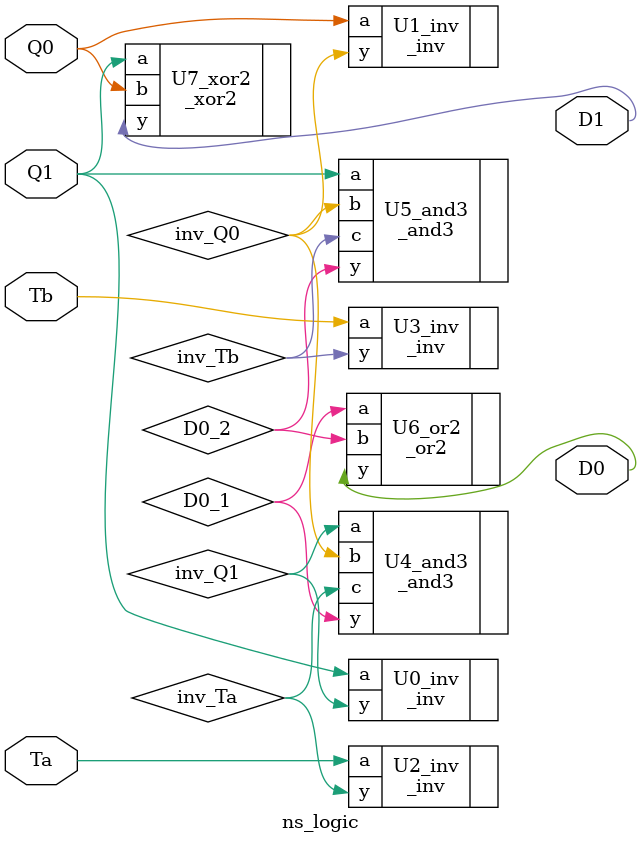
<source format=v>
module ns_logic(Ta, Tb, Q1, Q0, D1, D0); // this module makes next_state logic

input Ta, Tb, Q1, Q0; // define input Ta, Tb, Q1, Q0
output D1, D0; // define output D1, D0

wire inv_Q1, inv_Q0, inv_Ta, inv_Tb; // define wire
wire D0_1, D0_2; 

// four inverter instance
_inv U0_inv(
	.a(Q1),
	.y(inv_Q1)
	);
	
_inv U1_inv(
	.a(Q0),
	.y(inv_Q0)
	);
	
_inv U2_inv(
	.a(Ta),
	.y(inv_Ta)
	);
	
_inv U3_inv(
	.a(Tb),
	.y(inv_Tb)
	);


// two 3 input and gate instance
_and3 U4_and3(
	.a(inv_Q1),
	.b(inv_Q0),
	.c(inv_Ta),
	.y(D0_1)
	);
	
_and3 U5_and3( 
	.a(Q1),
	.b(inv_Q0),
	.c(inv_Tb),
	.y(D0_2)
	);
	
_or2 U6_or2( // 2 input or gate instance
	.a(D0_1),
	.b(D0_2),
	.y(D0)
	);
	
_xor2 U7_xor2( // 2 input xor gate instance
	.a(Q1),
	.b(Q0),
	.y(D1)
	);
	
endmodule // end of module

</source>
